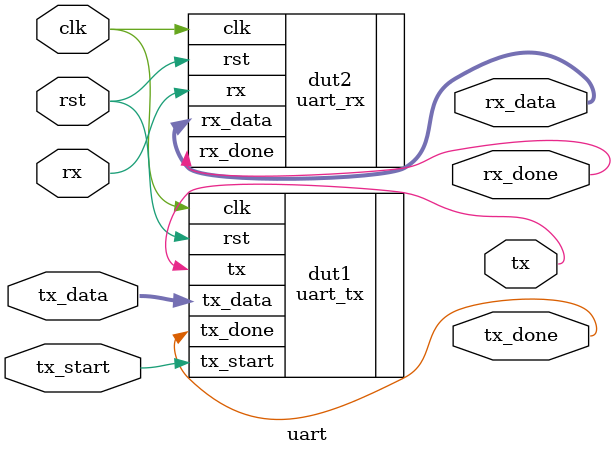
<source format=sv>
`include "uart_tx.sv";
`include "uart_rx.sv";

module uart (clk,rst,tx_data,tx_start,tx,tx_done,rx,rx_data,rx_done);
  input clk,rst,tx_start,rx;
  input [7:0]tx_data;
  output tx,tx_done,rx_done;
  output [7:0]rx_data;
  
  uart_tx dut1(.clk(clk), .rst(rst), .tx_data(tx_data), .tx(tx), .tx_done(tx_done), .tx_start(tx_start));
  
  uart_rx dut2(.clk(clk), .rst(rst), .rx(rx), .rx_data(rx_data), .rx_done(rx_done));
  
endmodule
</source>
